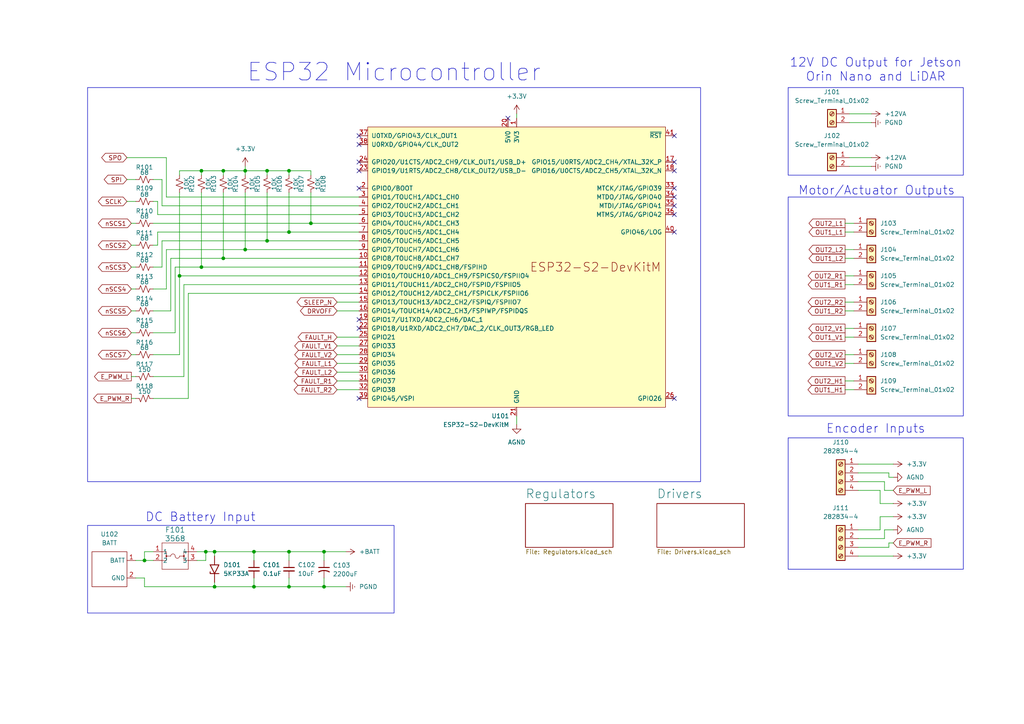
<source format=kicad_sch>
(kicad_sch (version 20250114) (generator "eeschema") (generator_version "9.0")
  (paper "A4")
  (title_block (title "NASA Lunabotics") (date "2026-01-25") (rev "3") (company "Virginia State University") (comment 1 "Christian Philpot"))
  (lib_symbols
    (symbol "3568 Fuse:3568" (pin_names (offset 0.254))
      (property "Reference" "F" (at 0 8.89 0))
      (property "Value" "3568" (at 0 6.35 0))
      (symbol "3568_0_1"
        (polyline (pts (xy -3.81 3.81) (xy -3.81 -3.81)) (stroke (width 0.127)))
        (polyline (pts (xy -3.81 1.27) (xy -2.54 1.27)) (stroke (width 0.127)))
        (polyline (pts (xy -3.81 -1.27) (xy -2.54 -1.27)) (stroke (width 0.127)))
        (polyline (pts (xy -3.81 -3.81) (xy 3.81 -3.81)) (stroke (width 0.127)))
        (polyline (pts (xy -2.54 1.27) (xy -2.54 -1.27)) (stroke (width 0.127)))
        (circle (center -2.54 0) (radius 0.127) (stroke (width 0.254)))
        (polyline (pts (xy -2.54 0) (xy -1.27 0)) (stroke (width 0.127)))
        (arc (start -1.27 0) (mid -0.635 0.635) (end 0 0) (stroke (width 0.127)))
        (arc (start 1.27 0) (mid 0.635 -0.635) (end 0 0) (stroke (width 0.127)))
        (polyline (pts (xy 1.27 0) (xy 2.54 0)) (stroke (width 0.127)))
        (polyline (pts (xy 2.54 1.27) (xy 3.81 1.27)) (stroke (width 0.127)))
        (circle (center 2.54 0) (radius 0.127) (stroke (width 0.254)))
        (polyline (pts (xy 2.54 -1.27) (xy 2.54 1.27)) (stroke (width 0.127)))
        (polyline (pts (xy 3.81 3.81) (xy -3.81 3.81)) (stroke (width 0.127)))
        (polyline (pts (xy 3.81 -1.27) (xy 2.54 -1.27)) (stroke (width 0.127)))
        (polyline (pts (xy 3.81 -3.81) (xy 3.81 3.81)) (stroke (width 0.127)))
      )
      (symbol "3568_1_1"
        (pin power_in line (at -6.35 1.27 0) (length 2.54) (name "1") (number "1"))
        (pin passive line (at -6.35 -1.27 0) (length 2.54) (name "2") (number "2"))
        (pin power_out line (at 6.35 1.27 180) (length 2.54) (name "4") (number "4"))
        (pin passive line (at 6.35 -1.27 180) (length 2.54) (name "3") (number "3"))
      )
    )
    (symbol "Battery Input:BATT"
      (property "Reference" "U102" (at 0 10.16 0))
      (property "Value" "BATT" (at 0 7.62 0))
      (symbol "BATT_0_1"
        (rectangle (start -5.08 5.08) (end 5.08 -5.08))
      )
      (symbol "BATT_1_1"
        (pin power_out line (at 7.62 2.54 180) (length 2.54) (name "BATT") (number "1"))
        (pin power_out line (at 7.62 -2.54 180) (length 2.54) (name "GND") (number "2"))
      )
    )
    (symbol "Connector:Screw_Terminal_01x02" (pin_names (offset 1.016) (hide yes))
      (property "Reference" "J" (at 0 2.54 0))
      (property "Value" "Screw_Terminal_01x02" (at 0 -5.08 0))
      (symbol "Screw_Terminal_01x02_1_1"
        (rectangle (start -1.27 1.27) (end 1.27 -3.81) (stroke (width 0.254)) (fill (type background)))
        (polyline (pts (xy -0.5334 0.3302) (xy 0.3302 -0.508)) (stroke (width 0.1524)))
        (polyline (pts (xy -0.5334 -2.2098) (xy 0.3302 -3.048)) (stroke (width 0.1524)))
        (polyline (pts (xy -0.3556 0.508) (xy 0.508 -0.3302)) (stroke (width 0.1524)))
        (polyline (pts (xy -0.3556 -2.032) (xy 0.508 -2.8702)) (stroke (width 0.1524)))
        (circle (center 0 0) (radius 0.635) (stroke (width 0.1524)))
        (circle (center 0 -2.54) (radius 0.635) (stroke (width 0.1524)))
        (pin passive line (at -5.08 0 0) (length 3.81) (name "Pin_1") (number "1"))
        (pin passive line (at -5.08 -2.54 0) (length 3.81) (name "Pin_2") (number "2"))
      )
    )
    (symbol "Connector:Screw_Terminal_01x04" (pin_names (offset 1.016) (hide yes))
      (property "Reference" "J" (at 0 5.08 0))
      (property "Value" "Screw_Terminal_01x04" (at 0 -7.62 0))
      (symbol "Screw_Terminal_01x04_1_1"
        (rectangle (start -1.27 3.81) (end 1.27 -6.35) (stroke (width 0.254)) (fill (type background)))
        (polyline (pts (xy -0.5334 2.8702) (xy 0.3302 2.032)) (stroke (width 0.1524)))
        (polyline (pts (xy -0.5334 0.3302) (xy 0.3302 -0.508)) (stroke (width 0.1524)))
        (polyline (pts (xy -0.5334 -2.2098) (xy 0.3302 -3.048)) (stroke (width 0.1524)))
        (polyline (pts (xy -0.5334 -4.7498) (xy 0.3302 -5.588)) (stroke (width 0.1524)))
        (polyline (pts (xy -0.3556 3.048) (xy 0.508 2.2098)) (stroke (width 0.1524)))
        (polyline (pts (xy -0.3556 0.508) (xy 0.508 -0.3302)) (stroke (width 0.1524)))
        (polyline (pts (xy -0.3556 -2.032) (xy 0.508 -2.8702)) (stroke (width 0.1524)))
        (polyline (pts (xy -0.3556 -4.572) (xy 0.508 -5.4102)) (stroke (width 0.1524)))
        (circle (center 0 2.54) (radius 0.635) (stroke (width 0.1524)))
        (circle (center 0 0) (radius 0.635) (stroke (width 0.1524)))
        (circle (center 0 -2.54) (radius 0.635) (stroke (width 0.1524)))
        (circle (center 0 -5.08) (radius 0.635) (stroke (width 0.1524)))
        (pin passive line (at -5.08 2.54 0) (length 3.81) (name "Pin_1") (number "1"))
        (pin passive line (at -5.08 0 0) (length 3.81) (name "Pin_2") (number "2"))
        (pin passive line (at -5.08 -2.54 0) (length 3.81) (name "Pin_3") (number "3"))
        (pin passive line (at -5.08 -5.08 0) (length 3.81) (name "Pin_4") (number "4"))
      )
    )
    (symbol "Device:C_Small" (pin_numbers (hide yes)) (pin_names (offset 0.254) (hide yes))
      (property "Reference" "C" (at 0.254 1.778 0))
      (property "Value" "C_Small" (at 0.254 -2.032 0))
      (symbol "C_Small_0_1"
        (polyline (pts (xy -1.524 0.508) (xy 1.524 0.508)) (stroke (width 0.3048)))
        (polyline (pts (xy -1.524 -0.508) (xy 1.524 -0.508)) (stroke (width 0.3302)))
      )
      (symbol "C_Small_1_1"
        (pin passive line (at 0 2.54 270) (length 2.032) (name "~") (number "1"))
        (pin passive line (at 0 -2.54 90) (length 2.032) (name "~") (number "2"))
      )
    )
    (symbol "Device:C_Small_US" (pin_numbers (hide yes)) (pin_names (offset 0.254) (hide yes))
      (property "Reference" "C" (at 0.254 1.778 0))
      (property "Value" "C_Small_US" (at 0.254 -2.032 0))
      (symbol "C_Small_US_0_1"
        (polyline (pts (xy -1.524 0.508) (xy 1.524 0.508)) (stroke (width 0.3048)))
        (arc (start -1.524 -0.762) (mid 0 -0.3734) (end 1.524 -0.762) (stroke (width 0.3048)))
      )
      (symbol "C_Small_US_1_1"
        (pin passive line (at 0 2.54 270) (length 2.032) (name "~") (number "1"))
        (pin passive line (at 0 -2.54 90) (length 2.032) (name "~") (number "2"))
      )
    )
    (symbol "Device:R_Small_US" (pin_numbers (hide yes)) (pin_names (offset 0.254) (hide yes))
      (property "Reference" "R" (at 0.762 0.508 0))
      (property "Value" "R_Small_US" (at 0.762 -1.016 0))
      (symbol "R_Small_US_1_1"
        (polyline (pts (xy 0 1.524) (xy 1.016 1.143) (xy 0 0.762) (xy -1.016 0.381) (xy 0 0)))
        (polyline (pts (xy 0 0) (xy 1.016 -0.381) (xy 0 -0.762) (xy -1.016 -1.143) (xy 0 -1.524)))
        (pin passive line (at 0 2.54 270) (length 1.016) (name "~") (number "1"))
        (pin passive line (at 0 -2.54 90) (length 1.016) (name "~") (number "2"))
      )
    )
    (symbol "Diode:5KPxxA" (pin_numbers (hide yes)) (pin_names (offset 1.016) (hide yes))
      (property "Reference" "D" (at 0 2.54 0))
      (property "Value" "5KPxxA" (at 0 -2.54 0))
      (symbol "5KPxxA_0_1"
        (polyline (pts (xy -0.762 1.27) (xy -1.27 1.27) (xy -1.27 -1.27)) (stroke (width 0.254)))
        (polyline (pts (xy 1.27 1.27) (xy 1.27 -1.27) (xy -1.27 0) (xy 1.27 1.27)) (stroke (width 0.254)))
      )
      (symbol "5KPxxA_1_1"
        (pin passive line (at -3.81 0 0) (length 2.54) (name "A1") (number "1"))
        (pin passive line (at 3.81 0 180) (length 2.54) (name "A2") (number "2"))
      )
    )
    (symbol "PCM_Espressif:ESP32-S2-DevKitM" (pin_names (offset 1.016))
      (property "Reference" "U" (at -43.18 41.91 0))
      (property "Value" "ESP32-S2-DevKitM" (at 42.926 42.164 0))
      (symbol "ESP32-S2-DevKitM_0_1"
        (rectangle (start -43.18 40.64) (end 43.18 -40.64) (fill (type background)))
      )
      (symbol "ESP32-S2-DevKitM_1_1"
        (text "ESP32-S2-DevKitM" (at -22.86 0 0) (effects (font (size 2.54 2.54))))
        (pin input line (at -45.72 38.1 0) (length 2.54) (name "~{RST}") (number "41"))
        (pin bidirectional line (at -45.72 30.48 0) (length 2.54) (name "GPIO15/U0RTS/ADC2_CH4/XTAL_32K_P") (number "17"))
        (pin bidirectional line (at -45.72 27.94 0) (length 2.54) (name "GPIO16/U0CTS/ADC2_CH5/XTAL_32K_N") (number "18"))
        (pin bidirectional line (at -45.72 22.86 0) (length 2.54) (name "MTCK/JTAG/GPIO39") (number "33"))
        (pin bidirectional line (at -45.72 20.32 0) (length 2.54) (name "MTDO/JTAG/GPIO40") (number "34"))
        (pin bidirectional line (at -45.72 17.78 0) (length 2.54) (name "MTDI/JTAG/GPIO41") (number "35"))
        (pin bidirectional line (at -45.72 15.24 0) (length 2.54) (name "MTMS/JTAG/GPIO42") (number "36"))
        (pin input line (at -45.72 10.16 0) (length 2.54) (name "GPIO46/LOG") (number "40"))
        (pin bidirectional line (at -45.72 -38.1 0) (length 2.54) (name "GPIO26") (number "26"))
        (pin power_out line (at 0 43.18 270) (length 2.54) (name "3V3") (number "1"))
        (pin power_in line (at 0 -43.18 90) (length 2.54) (name "GND") (number "21"))
        (pin passive line (at 0 -43.18 90) (length 2.54) (hide yes) (name "GND") (number "42"))
        (pin power_in line (at 2.54 43.18 270) (length 2.54) (name "5V0") (number "20"))
        (pin bidirectional line (at 45.72 38.1 180) (length 2.54) (name "U0TXD/GPIO43/CLK_OUT1") (number "37"))
        (pin bidirectional line (at 45.72 35.56 180) (length 2.54) (name "U0RXD/GPIO44/CLK_OUT2") (number "38"))
        (pin bidirectional line (at 45.72 30.48 180) (length 2.54) (name "GPIO20/U1CTS/ADC2_CH9/CLK_OUT1/USB_D+") (number "24"))
        (pin bidirectional line (at 45.72 27.94 180) (length 2.54) (name "GPIO19/U1RTS/ADC2_CH8/CLK_OUT2/USB_D-") (number "23"))
        (pin bidirectional line (at 45.72 22.86 180) (length 2.54) (name "GPIO0/BOOT") (number "2"))
        (pin bidirectional line (at 45.72 20.32 180) (length 2.54) (name "GPIO1/TOUCH1/ADC1_CH0") (number "3"))
        (pin bidirectional line (at 45.72 17.78 180) (length 2.54) (name "GPIO2/TOUCH2/ADC1_CH1") (number "4"))
        (pin bidirectional line (at 45.72 15.24 180) (length 2.54) (name "GPIO3/TOUCH3/ADC1_CH2") (number "5"))
        (pin bidirectional line (at 45.72 12.7 180) (length 2.54) (name "GPIO4/TOUCH4/ADC1_CH3") (number "6"))
        (pin bidirectional line (at 45.72 10.16 180) (length 2.54) (name "GPIO5/TOUCH5/ADC1_CH4") (number "7"))
        (pin bidirectional line (at 45.72 7.62 180) (length 2.54) (name "GPIO6/TOUCH6/ADC1_CH5") (number "8"))
        (pin bidirectional line (at 45.72 5.08 180) (length 2.54) (name "GPIO7/TOUCH7/ADC1_CH6") (number "9"))
        (pin bidirectional line (at 45.72 2.54 180) (length 2.54) (name "GPIO8/TOUCH8/ADC1_CH7") (number "10"))
        (pin bidirectional line (at 45.72 0 180) (length 2.54) (name "GPIO9/TOUCH9/ADC1_CH8/FSPIHD") (number "11"))
        (pin bidirectional line (at 45.72 -2.54 180) (length 2.54) (name "GPIO10/TOUCH10/ADC1_CH9/FSPICS0/FSPIIO4") (number "12"))
        (pin bidirectional line (at 45.72 -5.08 180) (length 2.54) (name "GPIO11/TOUCH11/ADC2_CH0/FSPID/FSPIIO5") (number "13"))
        (pin bidirectional line (at 45.72 -7.62 180) (length 2.54) (name "GPIO12/TOUCH12/ADC2_CH1/FSPICLK/FSPIIO6") (number "14"))
        (pin bidirectional line (at 45.72 -10.16 180) (length 2.54) (name "GPIO13/TOUCH13/ADC2_CH2/FSPIQ/FSPIIO7") (number "15"))
        (pin bidirectional line (at 45.72 -12.7 180) (length 2.54) (name "GPIO14/TOUCH14/ADC2_CH3/FSPIWP/FSPIDQS") (number "16"))
        (pin bidirectional line (at 45.72 -15.24 180) (length 2.54) (name "GPIO17/U1TXD/ADC2_CH6/DAC_1") (number "19"))
        (pin bidirectional line (at 45.72 -17.78 180) (length 2.54) (name "GPIO18/U1RXD/ADC2_CH7/DAC_2/CLK_OUT3/RGB_LED") (number "22"))
        (pin bidirectional line (at 45.72 -20.32 180) (length 2.54) (name "GPIO21") (number "25"))
        (pin bidirectional line (at 45.72 -22.86 180) (length 2.54) (name "GPIO33") (number "27"))
        (pin bidirectional line (at 45.72 -25.4 180) (length 2.54) (name "GPIO34") (number "28"))
        (pin bidirectional line (at 45.72 -27.94 180) (length 2.54) (name "GPIO35") (number "29"))
        (pin bidirectional line (at 45.72 -30.48 180) (length 2.54) (name "GPIO36") (number "30"))
        (pin bidirectional line (at 45.72 -33.02 180) (length 2.54) (name "GPIO37") (number "31"))
        (pin bidirectional line (at 45.72 -35.56 180) (length 2.54) (name "GPIO38") (number "32"))
        (pin bidirectional line (at 45.72 -38.1 180) (length 2.54) (name "GPIO45/VSPI") (number "39"))
      )
    )
    (symbol "power:+12VA" (power) (pin_numbers (hide yes)) (pin_names (offset 0) (hide yes))
      (property "Value" "+12VA" (at 0 3.556 0))
      (symbol "+12VA_0_1"
        (polyline (pts (xy -0.762 1.27) (xy 0 2.54)))
        (polyline (pts (xy 0 2.54) (xy 0.762 1.27)))
        (polyline (pts (xy 0 0) (xy 0 2.54)))
      )
      (symbol "+12VA_1_1"
        (pin power_in line (at 0 0 90) (length 0) (name "~") (number "1"))
      )
    )
    (symbol "power:+3.3V" (power) (pin_numbers (hide yes)) (pin_names (offset 0) (hide yes))
      (property "Value" "+3.3V" (at 0 3.556 0))
      (symbol "+3.3V_0_1"
        (polyline (pts (xy -0.762 1.27) (xy 0 2.54)))
        (polyline (pts (xy 0 2.54) (xy 0.762 1.27)))
        (polyline (pts (xy 0 0) (xy 0 2.54)))
      )
      (symbol "+3.3V_1_1"
        (pin power_in line (at 0 0 90) (length 0) (name "~") (number "1"))
      )
    )
    (symbol "power:+BATT" (power) (pin_numbers (hide yes)) (pin_names (offset 0) (hide yes))
      (property "Value" "+BATT" (at 0 3.556 0))
      (symbol "+BATT_0_1"
        (polyline (pts (xy -0.762 1.27) (xy 0 2.54)))
        (polyline (pts (xy 0 2.54) (xy 0.762 1.27)))
        (polyline (pts (xy 0 0) (xy 0 2.54)))
      )
      (symbol "+BATT_1_1"
        (pin power_in line (at 0 0 90) (length 0) (name "~") (number "1"))
      )
    )
    (symbol "power:Earth" (power) (pin_numbers (hide yes)) (pin_names (offset 0) (hide yes))
      (property "Value" "Earth" (at 0 -3.81 0))
      (symbol "Earth_0_1"
        (polyline (pts (xy -0.635 -1.905) (xy 0.635 -1.905)))
        (polyline (pts (xy -0.127 -2.54) (xy 0.127 -2.54)))
        (polyline (pts (xy 0 -1.27) (xy 0 0)))
        (polyline (pts (xy 1.27 -1.27) (xy -1.27 -1.27)))
      )
      (symbol "Earth_1_1"
        (pin power_in line (at 0 0 270) (length 0) (name "~") (number "1"))
      )
    )
    (symbol "power:GND" (power) (pin_numbers (hide yes)) (pin_names (offset 0) (hide yes))
      (property "Value" "GND" (at 0 -3.81 0))
      (symbol "GND_0_1"
        (polyline (pts (xy 0 0) (xy 0 -1.27) (xy 1.27 -1.27) (xy 0 -2.54) (xy -1.27 -1.27) (xy 0 -1.27)))
      )
      (symbol "GND_1_1"
        (pin power_in line (at 0 0 270) (length 0) (name "~") (number "1"))
      )
    )
  )
  (rectangle (start 228.6 25.4) (end 279.4 50.8))
  (rectangle (start 25.4 152.4) (end 114.3 177.8))
  (rectangle (start 228.6 127) (end 279.4 165.1))
  (rectangle (start 25.4 25.4) (end 203.2 139.7))
  (rectangle (start 228.6 57.15) (end 279.4 120.65))
  (text "Encoder Inputs" (at 254 124.46 0) (effects (font (size 2.54 2.54))))
  (text "DC Battery Input" (at 58.166 150.114 0) (effects (font (size 2.54 2.54))))
  (text "12V DC Output for Jetson\nOrin Nano and LiDAR" (at 254 20.32 0) (effects (font (size 2.54 2.54))))
  (text "Motor/Actuator Outputs" (at 254.254 55.372 0) (effects (font (size 2.54 2.54))))
  (text "ESP32 Microcontroller" (at 114.3 21.082 0) (effects (font (size 5.08 5.08))))
  (junction (at 71.12 72.39))
  (junction (at 83.82 170.18))
  (junction (at 73.66 160.02))
  (junction (at 93.98 160.02))
  (junction (at 83.82 49.53))
  (junction (at 77.47 49.53))
  (junction (at 62.23 170.18))
  (junction (at 64.77 49.53))
  (junction (at 83.82 67.31))
  (junction (at 71.12 49.53))
  (junction (at 64.77 74.93))
  (junction (at 77.47 69.85))
  (junction (at 52.07 80.01))
  (junction (at 73.66 170.18))
  (junction (at 58.42 49.53))
  (junction (at 90.17 64.77))
  (junction (at 41.91 162.56))
  (junction (at 59.69 160.02))
  (junction (at 83.82 160.02))
  (junction (at 62.23 160.02))
  (junction (at 93.98 170.18))
  (junction (at 58.42 77.47))
  (no_connect (at 104.14 92.71))
  (no_connect (at 195.58 49.53))
  (no_connect (at 104.14 115.57))
  (no_connect (at 104.14 54.61))
  (no_connect (at 195.58 46.99))
  (no_connect (at 147.32 34.29))
  (no_connect (at 195.58 59.69))
  (no_connect (at 195.58 57.15))
  (no_connect (at 195.58 115.57))
  (no_connect (at 104.14 95.25))
  (no_connect (at 195.58 67.31))
  (no_connect (at 104.14 39.37))
  (no_connect (at 104.14 41.91))
  (no_connect (at 195.58 62.23))
  (no_connect (at 195.58 54.61))
  (no_connect (at 195.58 39.37))
  (no_connect (at 104.14 46.99))
  (no_connect (at 104.14 49.53))
  (wire (pts (xy 149.86 123.19) (xy 149.86 120.65)))
  (wire (pts (xy 39.37 162.56) (xy 41.91 162.56)))
  (wire (pts (xy 58.42 49.53) (xy 52.07 49.53)))
  (wire (pts (xy 58.42 77.47) (xy 58.42 55.88)))
  (wire (pts (xy 58.42 50.8) (xy 58.42 49.53)))
  (wire (pts (xy 90.17 64.77) (xy 90.17 55.88)))
  (wire (pts (xy 83.82 167.64) (xy 83.82 170.18)))
  (wire (pts (xy 97.79 97.79) (xy 104.14 97.79)))
  (wire (pts (xy 45.72 71.12) (xy 45.72 67.31)))
  (wire (pts (xy 245.11 97.79) (xy 247.65 97.79)))
  (wire (pts (xy 248.92 161.29) (xy 259.08 161.29)))
  (wire (pts (xy 39.37 109.22) (xy 38.1 109.22)))
  (wire (pts (xy 255.27 142.24) (xy 248.92 142.24)))
  (wire (pts (xy 53.34 109.22) (xy 53.34 82.55)))
  (wire (pts (xy 255.27 153.67) (xy 255.27 149.86)))
  (wire (pts (xy 246.38 48.26) (xy 252.73 48.26)))
  (wire (pts (xy 46.99 77.47) (xy 46.99 69.85)))
  (wire (pts (xy 44.45 52.07) (xy 46.99 52.07)))
  (wire (pts (xy 57.15 162.56) (xy 59.69 162.56)))
  (wire (pts (xy 36.83 58.42) (xy 39.37 58.42)))
  (wire (pts (xy 44.45 64.77) (xy 90.17 64.77)))
  (wire (pts (xy 83.82 170.18) (xy 93.98 170.18)))
  (wire (pts (xy 38.1 71.12) (xy 39.37 71.12)))
  (wire (pts (xy 52.07 80.01) (xy 52.07 55.88)))
  (wire (pts (xy 73.66 167.64) (xy 73.66 170.18)))
  (wire (pts (xy 257.81 137.16) (xy 248.92 137.16)))
  (wire (pts (xy 73.66 160.02) (xy 73.66 162.56)))
  (wire (pts (xy 44.45 58.42) (xy 45.72 58.42)))
  (wire (pts (xy 245.11 72.39) (xy 247.65 72.39)))
  (wire (pts (xy 248.92 153.67) (xy 255.27 153.67)))
  (wire (pts (xy 90.17 64.77) (xy 104.14 64.77)))
  (wire (pts (xy 245.11 74.93) (xy 247.65 74.93)))
  (wire (pts (xy 245.11 110.49) (xy 247.65 110.49)))
  (wire (pts (xy 256.54 142.24) (xy 256.54 139.7)))
  (wire (pts (xy 255.27 146.05) (xy 255.27 142.24)))
  (wire (pts (xy 257.81 157.48) (xy 257.81 158.75)))
  (wire (pts (xy 44.45 109.22) (xy 53.34 109.22)))
  (wire (pts (xy 54.61 115.57) (xy 44.45 115.57)))
  (wire (pts (xy 97.79 90.17) (xy 104.14 90.17)))
  (wire (pts (xy 245.11 105.41) (xy 247.65 105.41)))
  (wire (pts (xy 83.82 160.02) (xy 93.98 160.02)))
  (wire (pts (xy 44.45 96.52) (xy 50.8 96.52)))
  (wire (pts (xy 62.23 160.02) (xy 73.66 160.02)))
  (wire (pts (xy 71.12 72.39) (xy 104.14 72.39)))
  (wire (pts (xy 44.45 102.87) (xy 52.07 102.87)))
  (wire (pts (xy 255.27 146.05) (xy 259.08 146.05)))
  (wire (pts (xy 59.69 160.02) (xy 62.23 160.02)))
  (wire (pts (xy 71.12 49.53) (xy 71.12 48.26)))
  (wire (pts (xy 104.14 85.09) (xy 54.61 85.09)))
  (wire (pts (xy 50.8 77.47) (xy 58.42 77.47)))
  (wire (pts (xy 45.72 58.42) (xy 45.72 62.23)))
  (wire (pts (xy 44.45 90.17) (xy 49.53 90.17)))
  (wire (pts (xy 64.77 49.53) (xy 64.77 50.8)))
  (wire (pts (xy 255.27 149.86) (xy 259.08 149.86)))
  (wire (pts (xy 52.07 80.01) (xy 104.14 80.01)))
  (wire (pts (xy 36.83 45.72) (xy 48.26 45.72)))
  (wire (pts (xy 257.81 158.75) (xy 248.92 158.75)))
  (wire (pts (xy 83.82 49.53) (xy 77.47 49.53)))
  (wire (pts (xy 245.11 64.77) (xy 247.65 64.77)))
  (wire (pts (xy 52.07 49.53) (xy 52.07 50.8)))
  (wire (pts (xy 48.26 83.82) (xy 48.26 72.39)))
  (wire (pts (xy 77.47 69.85) (xy 77.47 55.88)))
  (wire (pts (xy 245.11 102.87) (xy 247.65 102.87)))
  (wire (pts (xy 73.66 170.18) (xy 83.82 170.18)))
  (wire (pts (xy 257.81 138.43) (xy 259.08 138.43)))
  (wire (pts (xy 36.83 52.07) (xy 39.37 52.07)))
  (wire (pts (xy 259.08 153.67) (xy 256.54 153.67)))
  (wire (pts (xy 83.82 67.31) (xy 83.82 55.88)))
  (wire (pts (xy 38.1 102.87) (xy 39.37 102.87)))
  (wire (pts (xy 93.98 167.64) (xy 93.98 170.18)))
  (wire (pts (xy 64.77 74.93) (xy 64.77 55.88)))
  (wire (pts (xy 97.79 102.87) (xy 104.14 102.87)))
  (wire (pts (xy 38.1 77.47) (xy 39.37 77.47)))
  (wire (pts (xy 57.15 160.02) (xy 59.69 160.02)))
  (wire (pts (xy 245.11 95.25) (xy 247.65 95.25)))
  (wire (pts (xy 39.37 115.57) (xy 38.1 115.57)))
  (wire (pts (xy 48.26 57.15) (xy 104.14 57.15)))
  (wire (pts (xy 83.82 160.02) (xy 83.82 162.56)))
  (wire (pts (xy 62.23 170.18) (xy 73.66 170.18)))
  (wire (pts (xy 41.91 167.64) (xy 39.37 167.64)))
  (wire (pts (xy 93.98 170.18) (xy 100.33 170.18)))
  (wire (pts (xy 71.12 50.8) (xy 71.12 49.53)))
  (wire (pts (xy 52.07 80.01) (xy 52.07 102.87)))
  (wire (pts (xy 53.34 82.55) (xy 104.14 82.55)))
  (wire (pts (xy 38.1 90.17) (xy 39.37 90.17)))
  (wire (pts (xy 256.54 153.67) (xy 256.54 156.21)))
  (wire (pts (xy 93.98 160.02) (xy 100.33 160.02)))
  (wire (pts (xy 245.11 90.17) (xy 247.65 90.17)))
  (wire (pts (xy 97.79 113.03) (xy 104.14 113.03)))
  (wire (pts (xy 41.91 160.02) (xy 41.91 162.56)))
  (wire (pts (xy 44.45 160.02) (xy 41.91 160.02)))
  (wire (pts (xy 50.8 96.52) (xy 50.8 77.47)))
  (wire (pts (xy 46.99 59.69) (xy 104.14 59.69)))
  (wire (pts (xy 256.54 156.21) (xy 248.92 156.21)))
  (wire (pts (xy 45.72 67.31) (xy 83.82 67.31)))
  (wire (pts (xy 44.45 83.82) (xy 48.26 83.82)))
  (wire (pts (xy 41.91 170.18) (xy 62.23 170.18)))
  (wire (pts (xy 41.91 170.18) (xy 41.91 167.64)))
  (wire (pts (xy 97.79 110.49) (xy 104.14 110.49)))
  (wire (pts (xy 49.53 74.93) (xy 64.77 74.93)))
  (wire (pts (xy 246.38 33.02) (xy 252.73 33.02)))
  (wire (pts (xy 48.26 45.72) (xy 48.26 57.15)))
  (wire (pts (xy 44.45 77.47) (xy 46.99 77.47)))
  (wire (pts (xy 38.1 64.77) (xy 39.37 64.77)))
  (wire (pts (xy 246.38 35.56) (xy 252.73 35.56)))
  (wire (pts (xy 245.11 87.63) (xy 247.65 87.63)))
  (wire (pts (xy 257.81 157.48) (xy 259.08 157.48)))
  (wire (pts (xy 41.91 162.56) (xy 44.45 162.56)))
  (wire (pts (xy 248.92 134.62) (xy 259.08 134.62)))
  (wire (pts (xy 64.77 49.53) (xy 58.42 49.53)))
  (wire (pts (xy 245.11 80.01) (xy 247.65 80.01)))
  (wire (pts (xy 256.54 142.24) (xy 259.08 142.24)))
  (wire (pts (xy 257.81 138.43) (xy 257.81 137.16)))
  (wire (pts (xy 46.99 52.07) (xy 46.99 59.69)))
  (wire (pts (xy 62.23 168.91) (xy 62.23 170.18)))
  (wire (pts (xy 46.99 69.85) (xy 77.47 69.85)))
  (wire (pts (xy 246.38 45.72) (xy 252.73 45.72)))
  (wire (pts (xy 97.79 87.63) (xy 104.14 87.63)))
  (wire (pts (xy 245.11 82.55) (xy 247.65 82.55)))
  (wire (pts (xy 149.86 33.02) (xy 149.86 34.29)))
  (wire (pts (xy 73.66 160.02) (xy 83.82 160.02)))
  (wire (pts (xy 38.1 83.82) (xy 39.37 83.82)))
  (wire (pts (xy 38.1 96.52) (xy 39.37 96.52)))
  (wire (pts (xy 62.23 160.02) (xy 62.23 161.29)))
  (wire (pts (xy 64.77 74.93) (xy 104.14 74.93)))
  (wire (pts (xy 71.12 49.53) (xy 64.77 49.53)))
  (wire (pts (xy 97.79 100.33) (xy 104.14 100.33)))
  (wire (pts (xy 58.42 77.47) (xy 104.14 77.47)))
  (wire (pts (xy 93.98 160.02) (xy 93.98 162.56)))
  (wire (pts (xy 71.12 72.39) (xy 71.12 55.88)))
  (wire (pts (xy 44.45 71.12) (xy 45.72 71.12)))
  (wire (pts (xy 97.79 105.41) (xy 104.14 105.41)))
  (wire (pts (xy 54.61 85.09) (xy 54.61 115.57)))
  (wire (pts (xy 71.12 49.53) (xy 77.47 49.53)))
  (wire (pts (xy 48.26 72.39) (xy 71.12 72.39)))
  (wire (pts (xy 59.69 162.56) (xy 59.69 160.02)))
  (wire (pts (xy 77.47 69.85) (xy 104.14 69.85)))
  (wire (pts (xy 256.54 139.7) (xy 248.92 139.7)))
  (wire (pts (xy 245.11 113.03) (xy 247.65 113.03)))
  (wire (pts (xy 97.79 107.95) (xy 104.14 107.95)))
  (wire (pts (xy 83.82 67.31) (xy 104.14 67.31)))
  (wire (pts (xy 45.72 62.23) (xy 104.14 62.23)))
  (wire (pts (xy 77.47 50.8) (xy 77.47 49.53)))
  (wire (pts (xy 90.17 49.53) (xy 83.82 49.53)))
  (wire (pts (xy 49.53 90.17) (xy 49.53 74.93)))
  (wire (pts (xy 90.17 50.8) (xy 90.17 49.53)))
  (wire (pts (xy 245.11 67.31) (xy 247.65 67.31)))
  (wire (pts (xy 83.82 50.8) (xy 83.82 49.53)))
  (global_label "FAULT_R1" (shape bidirectional) (at 97.79 110.49 180) (property "Intersheetrefs" "${INTERSHEET_REFS}" (effects (hide yes))))
  (global_label "OUT2_V1" (shape output) (at 245.11 95.25 180) (property "Intersheetrefs" "${INTERSHEET_REFS}" (effects (hide yes))))
  (global_label "OUT1_V2" (shape output) (at 245.11 105.41 180) (property "Intersheetrefs" "${INTERSHEET_REFS}" (effects (hide yes))))
  (global_label "nSCS6" (shape bidirectional) (at 38.1 96.52 180) (property "Intersheetrefs" "${INTERSHEET_REFS}" (effects (hide yes))))
  (global_label "nSCS5" (shape bidirectional) (at 38.1 90.17 180) (property "Intersheetrefs" "${INTERSHEET_REFS}" (effects (hide yes))))
  (global_label "SPO" (shape bidirectional) (at 36.83 45.72 180) (property "Intersheetrefs" "${INTERSHEET_REFS}" (effects (hide yes))))
  (global_label "E_PWM_R" (shape input) (at 259.08 157.48 0) (property "Intersheetrefs" "${INTERSHEET_REFS}" (effects (hide yes))))
  (global_label "OUT1_L2" (shape output) (at 245.11 74.93 180) (property "Intersheetrefs" "${INTERSHEET_REFS}" (effects (hide yes))))
  (global_label "FAULT_L1" (shape bidirectional) (at 97.79 105.41 180) (property "Intersheetrefs" "${INTERSHEET_REFS}" (effects (hide yes))))
  (global_label "nSCS2" (shape bidirectional) (at 38.1 71.12 180) (property "Intersheetrefs" "${INTERSHEET_REFS}" (effects (hide yes))))
  (global_label "SPI" (shape bidirectional) (at 36.83 52.07 180) (property "Intersheetrefs" "${INTERSHEET_REFS}" (effects (hide yes))))
  (global_label "nSCS4" (shape bidirectional) (at 38.1 83.82 180) (property "Intersheetrefs" "${INTERSHEET_REFS}" (effects (hide yes))))
  (global_label "E_PWM_R" (shape output) (at 38.1 115.57 180) (property "Intersheetrefs" "${INTERSHEET_REFS}" (effects (hide yes))))
  (global_label "OUT1_R2" (shape output) (at 245.11 90.17 180) (property "Intersheetrefs" "${INTERSHEET_REFS}" (effects (hide yes))))
  (global_label "nSCS1" (shape bidirectional) (at 38.1 64.77 180) (property "Intersheetrefs" "${INTERSHEET_REFS}" (effects (hide yes))))
  (global_label "FAULT_L2" (shape bidirectional) (at 97.79 107.95 180) (property "Intersheetrefs" "${INTERSHEET_REFS}" (effects (hide yes))))
  (global_label "FAULT_V1" (shape bidirectional) (at 97.79 100.33 180) (property "Intersheetrefs" "${INTERSHEET_REFS}" (effects (hide yes))))
  (global_label "SLEEP_N" (shape bidirectional) (at 97.79 87.63 180) (property "Intersheetrefs" "${INTERSHEET_REFS}" (effects (hide yes))))
  (global_label "OUT1_V1" (shape output) (at 245.11 97.79 180) (property "Intersheetrefs" "${INTERSHEET_REFS}" (effects (hide yes))))
  (global_label "SCLK" (shape bidirectional) (at 36.83 58.42 180) (property "Intersheetrefs" "${INTERSHEET_REFS}" (effects (hide yes))))
  (global_label "OUT1_L1" (shape output) (at 245.11 67.31 180) (property "Intersheetrefs" "${INTERSHEET_REFS}" (effects (hide yes))))
  (global_label "FAULT_R2" (shape bidirectional) (at 97.79 113.03 180) (property "Intersheetrefs" "${INTERSHEET_REFS}" (effects (hide yes))))
  (global_label "FAULT_H" (shape bidirectional) (at 97.79 97.79 180) (property "Intersheetrefs" "${INTERSHEET_REFS}" (effects (hide yes))))
  (global_label "OUT1_R1" (shape output) (at 245.11 82.55 180) (property "Intersheetrefs" "${INTERSHEET_REFS}" (effects (hide yes))))
  (global_label "FAULT_V2" (shape bidirectional) (at 97.79 102.87 180) (property "Intersheetrefs" "${INTERSHEET_REFS}" (effects (hide yes))))
  (global_label "OUT2_L2" (shape output) (at 245.11 72.39 180) (property "Intersheetrefs" "${INTERSHEET_REFS}" (effects (hide yes))))
  (global_label "OUT2_L1" (shape output) (at 245.11 64.77 180) (property "Intersheetrefs" "${INTERSHEET_REFS}" (effects (hide yes))))
  (global_label "OUT2_H1" (shape output) (at 245.11 110.49 180) (property "Intersheetrefs" "${INTERSHEET_REFS}" (effects (hide yes))))
  (global_label "OUT2_R2" (shape output) (at 245.11 87.63 180) (property "Intersheetrefs" "${INTERSHEET_REFS}" (effects (hide yes))))
  (global_label "OUT1_H1" (shape output) (at 245.11 113.03 180) (property "Intersheetrefs" "${INTERSHEET_REFS}" (effects (hide yes))))
  (global_label "DRVOFF" (shape bidirectional) (at 97.79 90.17 180) (property "Intersheetrefs" "${INTERSHEET_REFS}" (effects (hide yes))))
  (global_label "OUT2_V2" (shape output) (at 245.11 102.87 180) (property "Intersheetrefs" "${INTERSHEET_REFS}" (effects (hide yes))))
  (global_label "nSCS3" (shape bidirectional) (at 38.1 77.47 180) (property "Intersheetrefs" "${INTERSHEET_REFS}" (effects (hide yes))))
  (global_label "E_PWM_L" (shape input) (at 259.08 142.24 0) (property "Intersheetrefs" "${INTERSHEET_REFS}" (effects (hide yes))))
  (global_label "nSCS7" (shape bidirectional) (at 38.1 102.87 180) (property "Intersheetrefs" "${INTERSHEET_REFS}" (effects (hide yes))))
  (global_label "OUT2_R1" (shape output) (at 245.11 80.01 180) (property "Intersheetrefs" "${INTERSHEET_REFS}" (effects (hide yes))))
  (global_label "E_PWM_L" (shape output) (at 38.1 109.22 180) (property "Intersheetrefs" "${INTERSHEET_REFS}" (effects (hide yes))))
  (symbol (lib_id "Device:C_Small") (at 83.82 165.1 0) (unit 1)
    (property "Reference" "C102" (at 86.36 163.8362 0) (effects (justify left)))
    (property "Value" "10uF" (at 86.36 166.3762 0) (effects (justify left)))
    (property "Footprint" "Capacitor_SMD:C_1206_3216Metric_Pad1.33x1.80mm_HandSolder" (effects (hide yes)))
    (property "Description" "Unpolarized capacitor, small symbol" (effects (hide yes)))
  )
  (symbol (lib_id "power:+12VA") (at 252.73 45.72 270) (unit 1)
    (property "Reference" "#PWR0104" (effects (hide yes)))
    (property "Value" "+12VA" (at 256.54 45.7199 90) (effects (justify left)))
    (property "Description" "Power symbol creates a global label with name \"+12VA\"" (effects (hide yes)))
  )
  (symbol (lib_id "Battery Input:BATT") (at 31.75 165.1 0) (unit 1)
    (property "Reference" "U102" (at 31.75 154.94 0))
    (property "Value" "BATT" (at 31.75 157.48 0))
    (property "Footprint" "Battery Input:Battery Input" (effects (hide yes)))
  )
  (symbol (lib_id "Device:R_Small_US") (at 64.77 53.34 0) (mirror x) (unit 1)
    (property "Reference" "R104" (at 68.326 53.34 90))
    (property "Value" "10K" (at 66.802 53.34 90))
    (property "Footprint" "Resistor_SMD:R_0603_1608Metric_Pad0.98x0.95mm_HandSolder" (effects (hide yes)))
    (property "Description" "Resistor, small US symbol" (effects (hide yes)))
  )
  (symbol (lib_id "power:Earth") (at 252.73 48.26 90) (unit 1)
    (property "Reference" "#PWR0106" (effects (hide yes)))
    (property "Value" "PGND" (at 256.54 48.2599 90) (effects (justify right)))
    (property "Description" "Power symbol creates a global label with name \"Earth\"" (effects (hide yes)))
  )
  (symbol (lib_id "Connector:Screw_Terminal_01x04") (at 243.84 156.21 0) (mirror y) (unit 1)
    (property "Reference" "J111" (at 243.84 147.32 0))
    (property "Value" "282834-4" (at 243.84 149.86 0))
    (property "Footprint" "TerminalBlock_TE-Connectivity:TerminalBlock_TE_282834-4_1x04_P2.54mm_Horizontal" (effects (hide yes)))
    (property "Description" "Generic screw terminal, single row, 01x04, script generated (kicad-library-utils/schlib/autogen/connector/)" (effects (hide yes)))
    (property "MFR Part #" "282834-4" (effects (hide yes)))
  )
  (symbol (lib_id "Device:R_Small_US") (at 41.91 58.42 90) (unit 1)
    (property "Reference" "R109" (at 41.91 54.61 90))
    (property "Value" "68" (at 41.91 56.388 90))
    (property "Footprint" "Resistor_SMD:R_0402_1005Metric_Pad0.72x0.64mm_HandSolder" (effects (hide yes)))
    (property "Description" "Resistor, small US symbol" (effects (hide yes)))
  )
  (symbol (lib_id "Device:R_Small_US") (at 41.91 109.22 270) (mirror x) (unit 1)
    (property "Reference" "R117" (at 41.91 105.664 90))
    (property "Value" "150" (at 41.91 107.188 90))
    (property "Footprint" "Resistor_SMD:R_0603_1608Metric_Pad0.98x0.95mm_HandSolder" (effects (hide yes)))
    (property "Description" "Resistor, small US symbol" (effects (hide yes)))
  )
  (symbol (lib_id "Device:R_Small_US") (at 41.91 71.12 90) (unit 1)
    (property "Reference" "R111" (at 41.91 67.564 90))
    (property "Value" "68" (at 41.91 69.088 90))
    (property "Footprint" "Resistor_SMD:R_0402_1005Metric_Pad0.72x0.64mm_HandSolder" (effects (hide yes)))
    (property "Description" "Resistor, small US symbol" (effects (hide yes)))
  )
  (symbol (lib_id "Device:R_Small_US") (at 52.07 53.34 0) (mirror x) (unit 1)
    (property "Reference" "R102" (at 55.626 53.34 90))
    (property "Value" "10K" (at 54.102 53.34 90))
    (property "Footprint" "Resistor_SMD:R_0603_1608Metric_Pad0.98x0.95mm_HandSolder" (effects (hide yes)))
    (property "Description" "Resistor, small US symbol" (effects (hide yes)))
  )
  (symbol (lib_id "power:Earth") (at 252.73 35.56 90) (unit 1)
    (property "Reference" "#PWR0103" (effects (hide yes)))
    (property "Value" "PGND" (at 256.54 35.5599 90) (effects (justify right)))
    (property "Description" "Power symbol creates a global label with name \"Earth\"" (effects (hide yes)))
  )
  (symbol (lib_id "power:+3.3V") (at 259.08 146.05 270) (unit 1)
    (property "Reference" "#PWR0110" (effects (hide yes)))
    (property "Value" "+3.3V" (at 262.89 146.0499 90) (effects (justify left)))
    (property "Description" "Power symbol creates a global label with name \"+3.3V\"" (effects (hide yes)))
  )
  (symbol (lib_id "Connector:Screw_Terminal_01x02") (at 241.3 45.72 0) (mirror y) (unit 1)
    (property "Reference" "J102" (at 241.3 39.37 0))
    (property "Value" "Screw_Terminal_01x02" (at 241.3 41.91 0))
    (property "Footprint" "TerminalBlock_TE-Connectivity:TerminalBlock_TE_282834-2_1x02_P2.54mm_Horizontal" (effects (hide yes)))
    (property "Description" "Generic screw terminal, single row, 01x02, script generated (kicad-library-utils/schlib/autogen/connector/)" (effects (hide yes)))
    (property "MFR Part #" "282834-2" (effects (hide yes)))
  )
  (symbol (lib_id "Device:R_Small_US") (at 83.82 53.34 0) (mirror x) (unit 1)
    (property "Reference" "R107" (at 87.376 53.34 90))
    (property "Value" "10K" (at 85.852 53.34 90))
    (property "Footprint" "Resistor_SMD:R_0603_1608Metric_Pad0.98x0.95mm_HandSolder" (effects (hide yes)))
    (property "Description" "Resistor, small US symbol" (effects (hide yes)))
  )
  (symbol (lib_id "Device:R_Small_US") (at 41.91 102.87 90) (unit 1)
    (property "Reference" "R116" (at 41.91 99.314 90))
    (property "Value" "68" (at 41.91 100.838 90))
    (property "Footprint" "Resistor_SMD:R_0402_1005Metric_Pad0.72x0.64mm_HandSolder" (effects (hide yes)))
    (property "Description" "Resistor, small US symbol" (effects (hide yes)))
  )
  (symbol (lib_id "Connector:Screw_Terminal_01x02") (at 252.73 87.63 0) (unit 1)
    (property "Reference" "J106" (at 255.27 87.6299 0) (effects (justify left)))
    (property "Value" "Screw_Terminal_01x02" (at 255.27 90.1699 0) (effects (justify left)))
    (property "Footprint" "TerminalBlock_TE-Connectivity:TerminalBlock_TE_282834-2_1x02_P2.54mm_Horizontal" (effects (hide yes)))
    (property "Description" "Generic screw terminal, single row, 01x02, script generated (kicad-library-utils/schlib/autogen/connector/)" (effects (hide yes)))
  )
  (symbol (lib_id "Connector:Screw_Terminal_01x02") (at 252.73 102.87 0) (unit 1)
    (property "Reference" "J108" (at 255.27 102.8699 0) (effects (justify left)))
    (property "Value" "Screw_Terminal_01x02" (at 255.27 105.4099 0) (effects (justify left)))
    (property "Footprint" "TerminalBlock_TE-Connectivity:TerminalBlock_TE_282834-2_1x02_P2.54mm_Horizontal" (effects (hide yes)))
    (property "Description" "Generic screw terminal, single row, 01x02, script generated (kicad-library-utils/schlib/autogen/connector/)" (effects (hide yes)))
  )
  (symbol (lib_id "power:Earth") (at 100.33 170.18 90) (unit 1)
    (property "Reference" "#PWR0115" (effects (hide yes)))
    (property "Value" "PGND" (at 104.14 170.1799 90) (effects (justify right)))
    (property "Description" "Power symbol creates a global label with name \"Earth\"" (effects (hide yes)))
  )
  (symbol (lib_id "Connector:Screw_Terminal_01x02") (at 252.73 64.77 0) (unit 1)
    (property "Reference" "J103" (at 255.27 64.7699 0) (effects (justify left)))
    (property "Value" "Screw_Terminal_01x02" (at 255.27 67.3099 0) (effects (justify left)))
    (property "Footprint" "TerminalBlock_TE-Connectivity:TerminalBlock_TE_282834-2_1x02_P2.54mm_Horizontal" (effects (hide yes)))
    (property "Description" "Generic screw terminal, single row, 01x02, script generated (kicad-library-utils/schlib/autogen/connector/)" (effects (hide yes)))
  )
  (symbol (lib_id "Device:R_Small_US") (at 41.91 90.17 90) (unit 1)
    (property "Reference" "R114" (at 41.91 86.614 90))
    (property "Value" "68" (at 41.91 88.138 90))
    (property "Footprint" "Resistor_SMD:R_0402_1005Metric_Pad0.72x0.64mm_HandSolder" (effects (hide yes)))
    (property "Description" "Resistor, small US symbol" (effects (hide yes)))
  )
  (symbol (lib_id "Connector:Screw_Terminal_01x02") (at 252.73 72.39 0) (unit 1)
    (property "Reference" "J104" (at 255.27 72.3899 0) (effects (justify left)))
    (property "Value" "Screw_Terminal_01x02" (at 255.27 74.9299 0) (effects (justify left)))
    (property "Footprint" "TerminalBlock_TE-Connectivity:TerminalBlock_TE_282834-2_1x02_P2.54mm_Horizontal" (effects (hide yes)))
    (property "Description" "Generic screw terminal, single row, 01x02, script generated (kicad-library-utils/schlib/autogen/connector/)" (effects (hide yes)))
  )
  (symbol (lib_id "Device:R_Small_US") (at 41.91 64.77 90) (unit 1)
    (property "Reference" "R110" (at 41.91 61.214 90))
    (property "Value" "68" (at 41.91 62.738 90))
    (property "Footprint" "Resistor_SMD:R_0402_1005Metric_Pad0.72x0.64mm_HandSolder" (effects (hide yes)))
    (property "Description" "Resistor, small US symbol" (effects (hide yes)))
  )
  (symbol (lib_id "Device:R_Small_US") (at 41.91 77.47 90) (unit 1)
    (property "Reference" "R112" (at 41.91 73.914 90))
    (property "Value" "68" (at 41.91 75.438 90))
    (property "Footprint" "Resistor_SMD:R_0402_1005Metric_Pad0.72x0.64mm_HandSolder" (effects (hide yes)))
    (property "Description" "Resistor, small US symbol" (effects (hide yes)))
  )
  (symbol (lib_id "Connector:Screw_Terminal_01x02") (at 252.73 95.25 0) (unit 1)
    (property "Reference" "J107" (at 255.27 95.2499 0) (effects (justify left)))
    (property "Value" "Screw_Terminal_01x02" (at 255.27 97.7899 0) (effects (justify left)))
    (property "Footprint" "TerminalBlock_TE-Connectivity:TerminalBlock_TE_282834-2_1x02_P2.54mm_Horizontal" (effects (hide yes)))
    (property "Description" "Generic screw terminal, single row, 01x02, script generated (kicad-library-utils/schlib/autogen/connector/)" (effects (hide yes)))
  )
  (symbol (lib_id "PCM_Espressif:ESP32-S2-DevKitM") (at 149.86 77.47 0) (mirror y) (unit 1)
    (property "Reference" "U101" (at 147.7167 120.65 0) (effects (justify left)))
    (property "Value" "ESP32-S2-DevKitM" (at 147.7167 123.19 0) (effects (justify left)))
    (property "Footprint" "PCM_Espressif:ESP32-S2-DevKitM" (effects (hide yes)))
    (property "Datasheet" "https://dl.espressif.com/dl/schematics/ESP32-S2-DevKitM-1_V1_Schematics.pdf" (effects (hide yes)))
    (property "Description" "Devboard based on ESP32-S2-MINI" (effects (hide yes)))
  )
  (symbol (lib_id "power:GND") (at 259.08 153.67 90) (unit 1)
    (property "Reference" "#PWR0112" (effects (hide yes)))
    (property "Value" "AGND" (at 262.89 153.6699 90) (effects (justify right)))
    (property "Description" "Power symbol creates a global label with name \"GND\" , ground" (effects (hide yes)))
  )
  (symbol (lib_id "Device:R_Small_US") (at 90.17 53.34 0) (mirror x) (unit 1)
    (property "Reference" "R108" (at 93.726 53.34 90))
    (property "Value" "10K" (at 92.202 53.34 90))
    (property "Footprint" "Resistor_SMD:R_0603_1608Metric_Pad0.98x0.95mm_HandSolder" (effects (hide yes)))
    (property "Description" "Resistor, small US symbol" (effects (hide yes)))
  )
  (symbol (lib_id "Connector:Screw_Terminal_01x04") (at 243.84 137.16 0) (mirror y) (unit 1)
    (property "Reference" "J110" (at 243.84 128.27 0))
    (property "Value" "282834-4" (at 243.84 130.81 0))
    (property "Footprint" "TerminalBlock_TE-Connectivity:TerminalBlock_TE_282834-4_1x04_P2.54mm_Horizontal" (effects (hide yes)))
    (property "Description" "Generic screw terminal, single row, 01x04, script generated (kicad-library-utils/schlib/autogen/connector/)" (effects (hide yes)))
    (property "MFR Part #" "282834-4" (effects (hide yes)))
  )
  (symbol (lib_id "Device:C_Small") (at 73.66 165.1 0) (unit 1)
    (property "Reference" "C101" (at 76.2 163.8362 0) (effects (justify left)))
    (property "Value" "0.1uF" (at 76.2 166.3762 0) (effects (justify left)))
    (property "Footprint" "Capacitor_SMD:C_0402_1005Metric_Pad0.74x0.62mm_HandSolder" (effects (hide yes)))
    (property "Description" "Unpolarized capacitor, small symbol" (effects (hide yes)))
  )
  (symbol (lib_id "Device:R_Small_US") (at 71.12 53.34 0) (mirror x) (unit 1)
    (property "Reference" "R105" (at 74.676 53.34 90))
    (property "Value" "10K" (at 73.152 53.34 90))
    (property "Footprint" "Resistor_SMD:R_0603_1608Metric_Pad0.98x0.95mm_HandSolder" (effects (hide yes)))
    (property "Description" "Resistor, small US symbol" (effects (hide yes)))
  )
  (symbol (lib_id "Connector:Screw_Terminal_01x02") (at 241.3 33.02 0) (mirror y) (unit 1)
    (property "Reference" "J101" (at 241.3 26.67 0))
    (property "Value" "Screw_Terminal_01x02" (at 241.3 29.21 0))
    (property "Footprint" "TerminalBlock_TE-Connectivity:TerminalBlock_TE_282834-2_1x02_P2.54mm_Horizontal" (effects (hide yes)))
    (property "Description" "Generic screw terminal, single row, 01x02, script generated (kicad-library-utils/schlib/autogen/connector/)" (effects (hide yes)))
    (property "MFR Part #" "282834-2" (effects (hide yes)))
  )
  (symbol (lib_id "power:+12VA") (at 252.73 33.02 270) (unit 1)
    (property "Reference" "#PWR0102" (effects (hide yes)))
    (property "Value" "+12VA" (at 256.54 33.0199 90) (effects (justify left)))
    (property "Description" "Power symbol creates a global label with name \"+12VA\"" (effects (hide yes)))
  )
  (symbol (lib_id "Device:R_Small_US") (at 41.91 96.52 90) (unit 1)
    (property "Reference" "R115" (at 41.91 92.964 90))
    (property "Value" "68" (at 41.91 94.488 90))
    (property "Footprint" "Resistor_SMD:R_0402_1005Metric_Pad0.72x0.64mm_HandSolder" (effects (hide yes)))
    (property "Description" "Resistor, small US symbol" (effects (hide yes)))
  )
  (symbol (lib_id "power:+3.3V") (at 71.12 48.26 0) (mirror y) (unit 1)
    (property "Reference" "#PWR0105" (effects (hide yes)))
    (property "Value" "+3.3V" (at 71.12 43.18 0))
    (property "Description" "Power symbol creates a global label with name \"+3.3V\"" (effects (hide yes)))
  )
  (symbol (lib_id "power:+3.3V") (at 259.08 161.29 270) (unit 1)
    (property "Reference" "#PWR0113" (effects (hide yes)))
    (property "Value" "+3.3V" (at 262.89 161.2899 90) (effects (justify left)))
    (property "Description" "Power symbol creates a global label with name \"+3.3V\"" (effects (hide yes)))
  )
  (symbol (lib_id "Diode:5KPxxA") (at 62.23 165.1 90) (unit 1)
    (property "Reference" "D101" (at 64.77 163.8299 90) (effects (justify right)))
    (property "Value" "5KP33A" (at 64.77 166.3699 90) (effects (justify right)))
    (property "Footprint" "Diode_THT:D_P600_R-6_P20.00mm_Horizontal" (effects (hide yes)))
    (property "Datasheet" "https://diotec.com/tl_files/diotec/files/pdf/datasheets/5kp65.pdf" (effects (hide yes)))
    (property "Description" "5000W unidirectional Transient Voltage Suppressor, P-600" (effects (hide yes)))
  )
  (symbol (lib_id "power:GND") (at 149.86 123.19 0) (unit 1)
    (property "Reference" "#PWR0107" (effects (hide yes)))
    (property "Value" "AGND" (at 149.86 128.27 0))
    (property "Description" "Power symbol creates a global label with name \"GND\" , ground" (effects (hide yes)))
  )
  (symbol (lib_id "Device:R_Small_US") (at 41.91 115.57 270) (mirror x) (unit 1)
    (property "Reference" "R118" (at 41.91 112.014 90))
    (property "Value" "150" (at 41.91 113.538 90))
    (property "Footprint" "Resistor_SMD:R_0603_1608Metric_Pad0.98x0.95mm_HandSolder" (effects (hide yes)))
    (property "Description" "Resistor, small US symbol" (effects (hide yes)))
  )
  (symbol (lib_id "Connector:Screw_Terminal_01x02") (at 252.73 110.49 0) (unit 1)
    (property "Reference" "J109" (at 255.27 110.4899 0) (effects (justify left)))
    (property "Value" "Screw_Terminal_01x02" (at 255.27 113.0299 0) (effects (justify left)))
    (property "Footprint" "TerminalBlock_TE-Connectivity:TerminalBlock_TE_282834-2_1x02_P2.54mm_Horizontal" (effects (hide yes)))
    (property "Description" "Generic screw terminal, single row, 01x02, script generated (kicad-library-utils/schlib/autogen/connector/)" (effects (hide yes)))
  )
  (symbol (lib_id "power:+3.3V") (at 259.08 149.86 270) (unit 1)
    (property "Reference" "#PWR0111" (effects (hide yes)))
    (property "Value" "+3.3V" (at 262.89 149.8599 90) (effects (justify left)))
    (property "Description" "Power symbol creates a global label with name \"+3.3V\"" (effects (hide yes)))
  )
  (symbol (lib_id "power:+3.3V") (at 259.08 134.62 270) (unit 1)
    (property "Reference" "#PWR0108" (effects (hide yes)))
    (property "Value" "+3.3V" (at 262.89 134.6199 90) (effects (justify left)))
    (property "Description" "Power symbol creates a global label with name \"+3.3V\"" (effects (hide yes)))
  )
  (symbol (lib_id "Device:C_Small_US") (at 93.98 165.1 0) (unit 1)
    (property "Reference" "C103" (at 96.52 163.9569 0) (effects (justify left)))
    (property "Value" "2200uF" (at 96.52 166.4969 0) (effects (justify left)))
    (property "Footprint" "Capacitor_THT:CP_Radial_D16.0mm_P7.50mm" (effects (hide yes)))
    (property "Description" "capacitor, small US symbol" (effects (hide yes)))
  )
  (symbol (lib_id "Connector:Screw_Terminal_01x02") (at 252.73 80.01 0) (unit 1)
    (property "Reference" "J105" (at 255.27 80.0099 0) (effects (justify left)))
    (property "Value" "Screw_Terminal_01x02" (at 255.27 82.5499 0) (effects (justify left)))
    (property "Footprint" "TerminalBlock_TE-Connectivity:TerminalBlock_TE_282834-2_1x02_P2.54mm_Horizontal" (effects (hide yes)))
    (property "Description" "Generic screw terminal, single row, 01x02, script generated (kicad-library-utils/schlib/autogen/connector/)" (effects (hide yes)))
  )
  (symbol (lib_id "power:+3.3V") (at 149.86 33.02 0) (unit 1)
    (property "Reference" "#PWR0101" (effects (hide yes)))
    (property "Value" "+3.3V" (at 149.86 27.94 0))
    (property "Description" "Power symbol creates a global label with name \"+3.3V\"" (effects (hide yes)))
  )
  (symbol (lib_id "power:+BATT") (at 100.33 160.02 270) (unit 1)
    (property "Reference" "#PWR0114" (effects (hide yes)))
    (property "Value" "+BATT" (at 104.14 160.0199 90) (effects (justify left)))
    (property "Description" "Power symbol creates a global label with name \"+BATT\"" (effects (hide yes)))
  )
  (symbol (lib_id "power:GND") (at 259.08 138.43 90) (unit 1)
    (property "Reference" "#PWR0109" (effects (hide yes)))
    (property "Value" "AGND" (at 262.89 138.4299 90) (effects (justify right)))
    (property "Description" "Power symbol creates a global label with name \"GND\" , ground" (effects (hide yes)))
  )
  (symbol (lib_id "3568 Fuse:3568") (at 50.8 161.29 0) (unit 1)
    (property "Reference" "F101" (at 50.8 153.67 0) (effects (font (size 1.524 1.524))))
    (property "Value" "3568" (at 50.8 156.21 0) (effects (font (size 1.524 1.524))))
    (property "Footprint" "3568 Fuse:3568_KEY" (effects (hide yes)))
    (property "Datasheet" "3568" (effects (hide yes)))
  )
  (symbol (lib_id "Device:R_Small_US") (at 77.47 53.34 0) (mirror x) (unit 1)
    (property "Reference" "R106" (at 81.026 53.34 90))
    (property "Value" "10K" (at 79.502 53.34 90))
    (property "Footprint" "Resistor_SMD:R_0603_1608Metric_Pad0.98x0.95mm_HandSolder" (effects (hide yes)))
    (property "Description" "Resistor, small US symbol" (effects (hide yes)))
  )
  (symbol (lib_id "Device:R_Small_US") (at 41.91 52.07 90) (unit 1)
    (property "Reference" "R101" (at 41.91 48.514 90))
    (property "Value" "68" (at 41.91 50.038 90))
    (property "Footprint" "Resistor_SMD:R_0402_1005Metric_Pad0.72x0.64mm_HandSolder" (effects (hide yes)))
    (property "Description" "Resistor, small US symbol" (effects (hide yes)))
  )
  (symbol (lib_id "Device:R_Small_US") (at 41.91 83.82 90) (unit 1)
    (property "Reference" "R113" (at 41.91 80.264 90))
    (property "Value" "68" (at 41.91 81.788 90))
    (property "Footprint" "Resistor_SMD:R_0402_1005Metric_Pad0.72x0.64mm_HandSolder" (effects (hide yes)))
    (property "Description" "Resistor, small US symbol" (effects (hide yes)))
  )
  (symbol (lib_id "Device:R_Small_US") (at 58.42 53.34 0) (mirror x) (unit 1)
    (property "Reference" "R103" (at 61.976 53.34 90))
    (property "Value" "10K" (at 60.452 53.34 90))
    (property "Footprint" "Resistor_SMD:R_0603_1608Metric_Pad0.98x0.95mm_HandSolder" (effects (hide yes)))
    (property "Description" "Resistor, small US symbol" (effects (hide yes)))
  )
  (sheet (at 152.4 146.05) (size 25.4 12.7) (stroke (width 0.1524))
    (property "Sheetname" "Regulators" (at 152.4 144.7034 0) (effects (font (size 2.54 2.54)) (justify left bottom)))
    (property "Sheetfile" "Regulators.kicad_sch" (at 152.4 159.3346 0) (effects (justify left top)))
  )
  (sheet (at 190.5 146.05) (size 25.4 12.7) (stroke (width 0.1524))
    (property "Sheetname" "Drivers" (at 190.5 144.7034 0) (effects (font (size 2.54 2.54)) (justify left bottom)))
    (property "Sheetfile" "Drivers.kicad_sch" (at 190.5 159.3346 0) (effects (justify left top)))
  )
)
</source>
